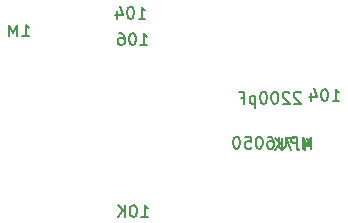
<source format=gbr>
G04 #@! TF.FileFunction,Other,Fab,Bot*
%FSLAX46Y46*%
G04 Gerber Fmt 4.6, Leading zero omitted, Abs format (unit mm)*
G04 Created by KiCad (PCBNEW 4.0.2-stable) date 2017年04月21日 星期五 11:17:21*
%MOMM*%
G01*
G04 APERTURE LIST*
%ADD10C,0.100000*%
%ADD11C,0.150000*%
G04 APERTURE END LIST*
D10*
D11*
X172941666Y-80602381D02*
X173513095Y-80602381D01*
X173227381Y-80602381D02*
X173227381Y-79602381D01*
X173322619Y-79745238D01*
X173417857Y-79840476D01*
X173513095Y-79888095D01*
X172322619Y-79602381D02*
X172227380Y-79602381D01*
X172132142Y-79650000D01*
X172084523Y-79697619D01*
X172036904Y-79792857D01*
X171989285Y-79983333D01*
X171989285Y-80221429D01*
X172036904Y-80411905D01*
X172084523Y-80507143D01*
X172132142Y-80554762D01*
X172227380Y-80602381D01*
X172322619Y-80602381D01*
X172417857Y-80554762D01*
X172465476Y-80507143D01*
X172513095Y-80411905D01*
X172560714Y-80221429D01*
X172560714Y-79983333D01*
X172513095Y-79792857D01*
X172465476Y-79697619D01*
X172417857Y-79650000D01*
X172322619Y-79602381D01*
X171132142Y-79602381D02*
X171322619Y-79602381D01*
X171417857Y-79650000D01*
X171465476Y-79697619D01*
X171560714Y-79840476D01*
X171608333Y-80030952D01*
X171608333Y-80411905D01*
X171560714Y-80507143D01*
X171513095Y-80554762D01*
X171417857Y-80602381D01*
X171227380Y-80602381D01*
X171132142Y-80554762D01*
X171084523Y-80507143D01*
X171036904Y-80411905D01*
X171036904Y-80173810D01*
X171084523Y-80078571D01*
X171132142Y-80030952D01*
X171227380Y-79983333D01*
X171417857Y-79983333D01*
X171513095Y-80030952D01*
X171560714Y-80078571D01*
X171608333Y-80173810D01*
X172791666Y-78377381D02*
X173363095Y-78377381D01*
X173077381Y-78377381D02*
X173077381Y-77377381D01*
X173172619Y-77520238D01*
X173267857Y-77615476D01*
X173363095Y-77663095D01*
X172172619Y-77377381D02*
X172077380Y-77377381D01*
X171982142Y-77425000D01*
X171934523Y-77472619D01*
X171886904Y-77567857D01*
X171839285Y-77758333D01*
X171839285Y-77996429D01*
X171886904Y-78186905D01*
X171934523Y-78282143D01*
X171982142Y-78329762D01*
X172077380Y-78377381D01*
X172172619Y-78377381D01*
X172267857Y-78329762D01*
X172315476Y-78282143D01*
X172363095Y-78186905D01*
X172410714Y-77996429D01*
X172410714Y-77758333D01*
X172363095Y-77567857D01*
X172315476Y-77472619D01*
X172267857Y-77425000D01*
X172172619Y-77377381D01*
X170982142Y-77710714D02*
X170982142Y-78377381D01*
X171220238Y-77329762D02*
X171458333Y-78044048D01*
X170839285Y-78044048D01*
X186520238Y-84672619D02*
X186472619Y-84625000D01*
X186377381Y-84577381D01*
X186139285Y-84577381D01*
X186044047Y-84625000D01*
X185996428Y-84672619D01*
X185948809Y-84767857D01*
X185948809Y-84863095D01*
X185996428Y-85005952D01*
X186567857Y-85577381D01*
X185948809Y-85577381D01*
X185567857Y-84672619D02*
X185520238Y-84625000D01*
X185425000Y-84577381D01*
X185186904Y-84577381D01*
X185091666Y-84625000D01*
X185044047Y-84672619D01*
X184996428Y-84767857D01*
X184996428Y-84863095D01*
X185044047Y-85005952D01*
X185615476Y-85577381D01*
X184996428Y-85577381D01*
X184377381Y-84577381D02*
X184282142Y-84577381D01*
X184186904Y-84625000D01*
X184139285Y-84672619D01*
X184091666Y-84767857D01*
X184044047Y-84958333D01*
X184044047Y-85196429D01*
X184091666Y-85386905D01*
X184139285Y-85482143D01*
X184186904Y-85529762D01*
X184282142Y-85577381D01*
X184377381Y-85577381D01*
X184472619Y-85529762D01*
X184520238Y-85482143D01*
X184567857Y-85386905D01*
X184615476Y-85196429D01*
X184615476Y-84958333D01*
X184567857Y-84767857D01*
X184520238Y-84672619D01*
X184472619Y-84625000D01*
X184377381Y-84577381D01*
X183425000Y-84577381D02*
X183329761Y-84577381D01*
X183234523Y-84625000D01*
X183186904Y-84672619D01*
X183139285Y-84767857D01*
X183091666Y-84958333D01*
X183091666Y-85196429D01*
X183139285Y-85386905D01*
X183186904Y-85482143D01*
X183234523Y-85529762D01*
X183329761Y-85577381D01*
X183425000Y-85577381D01*
X183520238Y-85529762D01*
X183567857Y-85482143D01*
X183615476Y-85386905D01*
X183663095Y-85196429D01*
X183663095Y-84958333D01*
X183615476Y-84767857D01*
X183567857Y-84672619D01*
X183520238Y-84625000D01*
X183425000Y-84577381D01*
X182663095Y-84910714D02*
X182663095Y-85910714D01*
X182663095Y-84958333D02*
X182567857Y-84910714D01*
X182377380Y-84910714D01*
X182282142Y-84958333D01*
X182234523Y-85005952D01*
X182186904Y-85101190D01*
X182186904Y-85386905D01*
X182234523Y-85482143D01*
X182282142Y-85529762D01*
X182377380Y-85577381D01*
X182567857Y-85577381D01*
X182663095Y-85529762D01*
X181424999Y-85053571D02*
X181758333Y-85053571D01*
X181758333Y-85577381D02*
X181758333Y-84577381D01*
X181282142Y-84577381D01*
X189216666Y-85327381D02*
X189788095Y-85327381D01*
X189502381Y-85327381D02*
X189502381Y-84327381D01*
X189597619Y-84470238D01*
X189692857Y-84565476D01*
X189788095Y-84613095D01*
X188597619Y-84327381D02*
X188502380Y-84327381D01*
X188407142Y-84375000D01*
X188359523Y-84422619D01*
X188311904Y-84517857D01*
X188264285Y-84708333D01*
X188264285Y-84946429D01*
X188311904Y-85136905D01*
X188359523Y-85232143D01*
X188407142Y-85279762D01*
X188502380Y-85327381D01*
X188597619Y-85327381D01*
X188692857Y-85279762D01*
X188740476Y-85232143D01*
X188788095Y-85136905D01*
X188835714Y-84946429D01*
X188835714Y-84708333D01*
X188788095Y-84517857D01*
X188740476Y-84422619D01*
X188692857Y-84375000D01*
X188597619Y-84327381D01*
X187407142Y-84660714D02*
X187407142Y-85327381D01*
X187645238Y-84279762D02*
X187883333Y-84994048D01*
X187264285Y-84994048D01*
X173015476Y-95152381D02*
X173586905Y-95152381D01*
X173301191Y-95152381D02*
X173301191Y-94152381D01*
X173396429Y-94295238D01*
X173491667Y-94390476D01*
X173586905Y-94438095D01*
X172396429Y-94152381D02*
X172301190Y-94152381D01*
X172205952Y-94200000D01*
X172158333Y-94247619D01*
X172110714Y-94342857D01*
X172063095Y-94533333D01*
X172063095Y-94771429D01*
X172110714Y-94961905D01*
X172158333Y-95057143D01*
X172205952Y-95104762D01*
X172301190Y-95152381D01*
X172396429Y-95152381D01*
X172491667Y-95104762D01*
X172539286Y-95057143D01*
X172586905Y-94961905D01*
X172634524Y-94771429D01*
X172634524Y-94533333D01*
X172586905Y-94342857D01*
X172539286Y-94247619D01*
X172491667Y-94200000D01*
X172396429Y-94152381D01*
X171634524Y-95152381D02*
X171634524Y-94152381D01*
X171063095Y-95152381D02*
X171491667Y-94580952D01*
X171063095Y-94152381D02*
X171634524Y-94723810D01*
X162935714Y-79877381D02*
X163507143Y-79877381D01*
X163221429Y-79877381D02*
X163221429Y-78877381D01*
X163316667Y-79020238D01*
X163411905Y-79115476D01*
X163507143Y-79163095D01*
X162507143Y-79877381D02*
X162507143Y-78877381D01*
X162173809Y-79591667D01*
X161840476Y-78877381D01*
X161840476Y-79877381D01*
X186848809Y-88835714D02*
X186848809Y-89502381D01*
X187086905Y-88454762D02*
X187325000Y-89169048D01*
X186705952Y-89169048D01*
X186325000Y-89407143D02*
X186277381Y-89454762D01*
X186325000Y-89502381D01*
X186372619Y-89454762D01*
X186325000Y-89407143D01*
X186325000Y-89502381D01*
X185944048Y-88502381D02*
X185277381Y-88502381D01*
X185705953Y-89502381D01*
X184896429Y-89502381D02*
X184896429Y-88502381D01*
X184325000Y-89502381D02*
X184753572Y-88930952D01*
X184325000Y-88502381D02*
X184896429Y-89073810D01*
X187386905Y-89377381D02*
X187386905Y-88377381D01*
X187053571Y-89091667D01*
X186720238Y-88377381D01*
X186720238Y-89377381D01*
X186244048Y-89377381D02*
X186244048Y-88377381D01*
X185863095Y-88377381D01*
X185767857Y-88425000D01*
X185720238Y-88472619D01*
X185672619Y-88567857D01*
X185672619Y-88710714D01*
X185720238Y-88805952D01*
X185767857Y-88853571D01*
X185863095Y-88901190D01*
X186244048Y-88901190D01*
X185244048Y-88377381D02*
X185244048Y-89186905D01*
X185196429Y-89282143D01*
X185148810Y-89329762D01*
X185053572Y-89377381D01*
X184863095Y-89377381D01*
X184767857Y-89329762D01*
X184720238Y-89282143D01*
X184672619Y-89186905D01*
X184672619Y-88377381D01*
X183767857Y-88377381D02*
X183958334Y-88377381D01*
X184053572Y-88425000D01*
X184101191Y-88472619D01*
X184196429Y-88615476D01*
X184244048Y-88805952D01*
X184244048Y-89186905D01*
X184196429Y-89282143D01*
X184148810Y-89329762D01*
X184053572Y-89377381D01*
X183863095Y-89377381D01*
X183767857Y-89329762D01*
X183720238Y-89282143D01*
X183672619Y-89186905D01*
X183672619Y-88948810D01*
X183720238Y-88853571D01*
X183767857Y-88805952D01*
X183863095Y-88758333D01*
X184053572Y-88758333D01*
X184148810Y-88805952D01*
X184196429Y-88853571D01*
X184244048Y-88948810D01*
X183053572Y-88377381D02*
X182958333Y-88377381D01*
X182863095Y-88425000D01*
X182815476Y-88472619D01*
X182767857Y-88567857D01*
X182720238Y-88758333D01*
X182720238Y-88996429D01*
X182767857Y-89186905D01*
X182815476Y-89282143D01*
X182863095Y-89329762D01*
X182958333Y-89377381D01*
X183053572Y-89377381D01*
X183148810Y-89329762D01*
X183196429Y-89282143D01*
X183244048Y-89186905D01*
X183291667Y-88996429D01*
X183291667Y-88758333D01*
X183244048Y-88567857D01*
X183196429Y-88472619D01*
X183148810Y-88425000D01*
X183053572Y-88377381D01*
X181815476Y-88377381D02*
X182291667Y-88377381D01*
X182339286Y-88853571D01*
X182291667Y-88805952D01*
X182196429Y-88758333D01*
X181958333Y-88758333D01*
X181863095Y-88805952D01*
X181815476Y-88853571D01*
X181767857Y-88948810D01*
X181767857Y-89186905D01*
X181815476Y-89282143D01*
X181863095Y-89329762D01*
X181958333Y-89377381D01*
X182196429Y-89377381D01*
X182291667Y-89329762D01*
X182339286Y-89282143D01*
X181148810Y-88377381D02*
X181053571Y-88377381D01*
X180958333Y-88425000D01*
X180910714Y-88472619D01*
X180863095Y-88567857D01*
X180815476Y-88758333D01*
X180815476Y-88996429D01*
X180863095Y-89186905D01*
X180910714Y-89282143D01*
X180958333Y-89329762D01*
X181053571Y-89377381D01*
X181148810Y-89377381D01*
X181244048Y-89329762D01*
X181291667Y-89282143D01*
X181339286Y-89186905D01*
X181386905Y-88996429D01*
X181386905Y-88758333D01*
X181339286Y-88567857D01*
X181291667Y-88472619D01*
X181244048Y-88425000D01*
X181148810Y-88377381D01*
M02*

</source>
